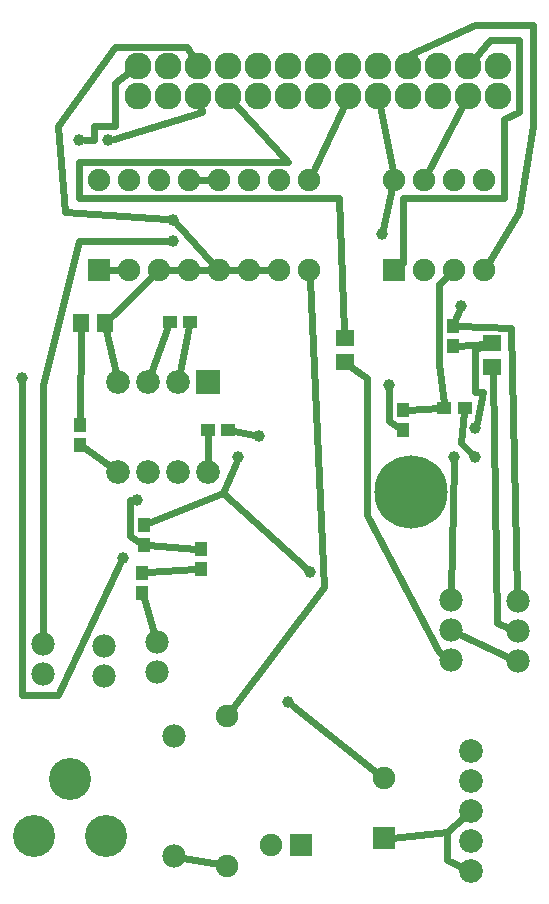
<source format=gbl>
G04 MADE WITH FRITZING*
G04 WWW.FRITZING.ORG*
G04 DOUBLE SIDED*
G04 HOLES PLATED*
G04 CONTOUR ON CENTER OF CONTOUR VECTOR*
%ASAXBY*%
%FSLAX23Y23*%
%MOIN*%
%OFA0B0*%
%SFA1.0B1.0*%
%ADD10C,0.079370*%
%ADD11C,0.039370*%
%ADD12C,0.244094*%
%ADD13C,0.140000*%
%ADD14C,0.075000*%
%ADD15C,0.078000*%
%ADD16C,0.089639*%
%ADD17C,0.089583*%
%ADD18R,0.079370X0.079370*%
%ADD19R,0.059055X0.055118*%
%ADD20R,0.043307X0.047244*%
%ADD21R,0.047244X0.043307*%
%ADD22R,0.055118X0.059055*%
%ADD23R,0.075000X0.075000*%
%ADD24C,0.024000*%
%LNCOPPER0*%
G90*
G70*
G54D10*
X680Y1705D03*
X680Y1405D03*
X580Y1705D03*
X580Y1405D03*
X480Y1705D03*
X480Y1405D03*
X380Y1705D03*
X380Y1405D03*
G54D11*
X852Y1525D03*
X1524Y1957D03*
X444Y1309D03*
X780Y1453D03*
X1020Y1069D03*
X1284Y1693D03*
X564Y2173D03*
X1500Y1453D03*
X348Y2509D03*
X1260Y2197D03*
X1572Y1549D03*
X948Y637D03*
X60Y1717D03*
X396Y1117D03*
X252Y2509D03*
X564Y2245D03*
X1572Y1453D03*
G54D12*
X1358Y1336D03*
G54D10*
X1557Y475D03*
X1557Y375D03*
X1557Y275D03*
X1557Y175D03*
X1557Y75D03*
G54D13*
X341Y189D03*
X101Y189D03*
X221Y379D03*
X341Y189D03*
X101Y189D03*
X221Y379D03*
G54D14*
X992Y159D03*
X892Y159D03*
X1266Y182D03*
X1266Y382D03*
G54D15*
X567Y524D03*
X567Y124D03*
G54D14*
X319Y2076D03*
X319Y2376D03*
X419Y2076D03*
X419Y2376D03*
X519Y2076D03*
X519Y2376D03*
X619Y2076D03*
X619Y2376D03*
X719Y2076D03*
X719Y2376D03*
X819Y2076D03*
X819Y2376D03*
X919Y2076D03*
X919Y2376D03*
X1019Y2076D03*
X1019Y2376D03*
X744Y91D03*
X744Y591D03*
G54D15*
X130Y830D03*
X130Y730D03*
X333Y822D03*
X333Y722D03*
X510Y837D03*
X510Y737D03*
X1490Y977D03*
X1490Y877D03*
X1490Y777D03*
X1713Y773D03*
X1713Y873D03*
X1713Y973D03*
G54D16*
X448Y2757D03*
G54D17*
X548Y2757D03*
X648Y2757D03*
X748Y2757D03*
X848Y2757D03*
X948Y2757D03*
X1048Y2757D03*
X1148Y2757D03*
X1248Y2757D03*
X1348Y2757D03*
X1448Y2757D03*
X1548Y2757D03*
X1648Y2757D03*
X448Y2657D03*
X547Y2657D03*
X648Y2657D03*
X748Y2657D03*
X848Y2657D03*
X948Y2657D03*
X1048Y2657D03*
X1148Y2657D03*
X1248Y2657D03*
X1348Y2657D03*
X1448Y2657D03*
X1548Y2657D03*
X1648Y2657D03*
G54D14*
X1301Y2078D03*
X1301Y2378D03*
X1401Y2078D03*
X1401Y2378D03*
X1501Y2078D03*
X1501Y2378D03*
X1601Y2078D03*
X1601Y2378D03*
G54D18*
X680Y1705D03*
G54D19*
X1629Y1752D03*
X1629Y1833D03*
G54D20*
X1497Y1891D03*
X1497Y1824D03*
G54D21*
X1469Y1618D03*
X1536Y1618D03*
G54D20*
X1331Y1543D03*
X1331Y1610D03*
G54D19*
X1136Y1770D03*
X1136Y1851D03*
G54D21*
X553Y1905D03*
X620Y1905D03*
G54D22*
X336Y1900D03*
X256Y1900D03*
G54D20*
X255Y1493D03*
X255Y1560D03*
X658Y1147D03*
X658Y1080D03*
X462Y1068D03*
X462Y1001D03*
X466Y1227D03*
X466Y1160D03*
G54D21*
X748Y1544D03*
X681Y1544D03*
G54D23*
X992Y159D03*
X1266Y182D03*
X319Y2076D03*
X1301Y2078D03*
G54D24*
X766Y1540D02*
X833Y1528D01*
D02*
X256Y1876D02*
X255Y1578D01*
D02*
X642Y1079D02*
X478Y1069D01*
D02*
X680Y1436D02*
X681Y1527D01*
D02*
X467Y983D02*
X501Y866D01*
D02*
X271Y1482D02*
X354Y1423D01*
D02*
X598Y118D02*
X716Y97D01*
D02*
X1685Y884D02*
X1644Y901D01*
X1644Y901D02*
X1630Y1730D01*
D02*
X1133Y2625D02*
X1031Y2402D01*
D02*
X1451Y1617D02*
X1347Y1611D01*
D02*
X1481Y2057D02*
X1452Y2029D01*
X1452Y2029D02*
X1452Y1765D01*
X1452Y1765D02*
X1467Y1634D01*
D02*
X1414Y2403D02*
X1531Y2626D01*
D02*
X1465Y795D02*
X1452Y805D01*
X1452Y805D02*
X1212Y1261D01*
X1212Y1261D02*
X1212Y1717D01*
X1212Y1717D02*
X1159Y1753D01*
D02*
X1505Y1909D02*
X1517Y1939D01*
D02*
X1712Y1003D02*
X1692Y1885D01*
X1692Y1885D02*
X1513Y1891D01*
D02*
X642Y1148D02*
X482Y1159D01*
D02*
X425Y1309D02*
X420Y1309D01*
X420Y1309D02*
X420Y1189D01*
X420Y1189D02*
X450Y1170D01*
D02*
X547Y1889D02*
X490Y1734D01*
D02*
X586Y1736D02*
X616Y1889D01*
D02*
X482Y1234D02*
X732Y1333D01*
X732Y1333D02*
X773Y1435D01*
D02*
X1006Y1082D02*
X732Y1333D01*
D02*
X771Y2631D02*
X948Y2437D01*
X948Y2437D02*
X252Y2437D01*
X252Y2437D02*
X252Y2317D01*
X252Y2317D02*
X1116Y2317D01*
X1116Y2317D02*
X1135Y1873D01*
D02*
X1315Y1553D02*
X1284Y1573D01*
D02*
X1284Y1573D02*
X1284Y1674D01*
D02*
X761Y614D02*
X1068Y1021D01*
X1068Y1021D02*
X1020Y2048D01*
D02*
X1324Y2095D02*
X1332Y2101D01*
X1332Y2101D02*
X1332Y2317D01*
X1332Y2317D02*
X1668Y2317D01*
X1668Y2317D02*
X1668Y2581D01*
X1668Y2581D02*
X1716Y2605D01*
X1716Y2605D02*
X1716Y2845D01*
X1716Y2845D02*
X1620Y2845D01*
X1620Y2845D02*
X1570Y2784D01*
D02*
X130Y860D02*
X132Y1693D01*
X132Y1693D02*
X252Y2173D01*
D02*
X252Y2173D02*
X545Y2173D01*
D02*
X1490Y1007D02*
X1500Y1434D01*
D02*
X366Y2514D02*
X660Y2605D01*
X660Y2605D02*
X656Y2623D01*
D02*
X1605Y1831D02*
X1513Y1825D01*
D02*
X1295Y2350D02*
X1264Y2215D01*
D02*
X1576Y1567D02*
X1596Y1669D01*
X1596Y1669D02*
X1572Y1669D01*
X1572Y1669D02*
X1572Y1813D01*
X1572Y1813D02*
X1605Y1824D01*
D02*
X1254Y2622D02*
X1296Y2406D01*
D02*
X963Y625D02*
X1244Y400D01*
D02*
X60Y1698D02*
X60Y661D01*
X60Y661D02*
X180Y661D01*
X180Y661D02*
X388Y1100D01*
D02*
X419Y2736D02*
X372Y2701D01*
X372Y2701D02*
X372Y2557D01*
X372Y2557D02*
X300Y2557D01*
X300Y2557D02*
X300Y2509D01*
X300Y2509D02*
X271Y2509D01*
D02*
X590Y2076D02*
X547Y2076D01*
D02*
X690Y2076D02*
X647Y2076D01*
D02*
X790Y2076D02*
X747Y2076D01*
D02*
X890Y2076D02*
X847Y2076D01*
D02*
X347Y2076D02*
X390Y2076D01*
D02*
X358Y1921D02*
X498Y2056D01*
D02*
X373Y1735D02*
X342Y1876D01*
D02*
X577Y2231D02*
X699Y2097D01*
D02*
X647Y2376D02*
X690Y2376D01*
D02*
X631Y2787D02*
X612Y2821D01*
X612Y2821D02*
X372Y2821D01*
X372Y2821D02*
X180Y2557D01*
X180Y2557D02*
X204Y2269D01*
X204Y2269D02*
X545Y2246D01*
D02*
X1616Y2102D02*
X1716Y2269D01*
X1716Y2269D02*
X1764Y2557D01*
X1764Y2557D02*
X1764Y2893D01*
X1764Y2893D02*
X1572Y2893D01*
X1572Y2893D02*
X1356Y2797D01*
X1356Y2797D02*
X1355Y2791D01*
D02*
X1534Y1602D02*
X1524Y1501D01*
D02*
X1524Y1501D02*
X1559Y1466D01*
D02*
X1686Y785D02*
X1517Y864D01*
D02*
X1528Y87D02*
X1476Y109D01*
X1476Y109D02*
X1476Y205D01*
X1476Y205D02*
X1533Y255D01*
D02*
X1294Y185D02*
X1476Y205D01*
G04 End of Copper0*
M02*
</source>
